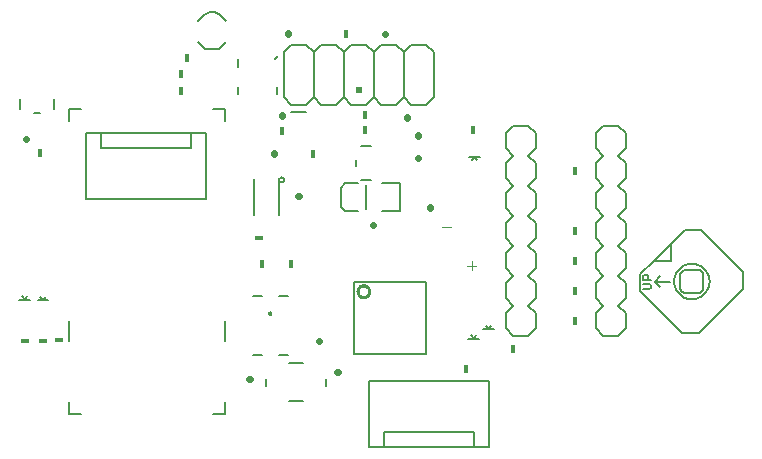
<source format=gto>
G75*
G70*
%OFA0B0*%
%FSLAX24Y24*%
%IPPOS*%
%LPD*%
%AMOC8*
5,1,8,0,0,1.08239X$1,22.5*
%
%ADD10C,0.0080*%
%ADD11C,0.0100*%
%ADD12C,0.0220*%
%ADD13R,0.0180X0.0300*%
%ADD14C,0.0050*%
%ADD15R,0.0300X0.0180*%
%ADD16C,0.0060*%
%ADD17R,0.0200X0.0200*%
%ADD18R,0.0160X0.0280*%
%ADD19C,0.0040*%
D10*
X002413Y001238D02*
X002413Y001631D01*
X002413Y001238D02*
X002806Y001238D01*
X002413Y003679D02*
X002413Y004348D01*
X001717Y005020D02*
X001535Y005020D01*
X001443Y005142D01*
X001354Y005020D02*
X001535Y005020D01*
X001545Y005026D02*
X001621Y005142D01*
X001110Y005031D02*
X000929Y005031D01*
X000836Y005153D01*
X000747Y005031D02*
X000929Y005031D01*
X000939Y005037D02*
X001014Y005153D01*
X007216Y001238D02*
X007610Y001238D01*
X007610Y001631D01*
X008984Y002172D02*
X008984Y002408D01*
X008836Y003211D02*
X008521Y003211D01*
X009388Y003211D02*
X009703Y003211D01*
X009732Y002920D02*
X010204Y002920D01*
X010952Y002408D02*
X010952Y002172D01*
X010204Y001660D02*
X009732Y001660D01*
X011891Y003229D02*
X011891Y005648D01*
X014311Y005648D01*
X014311Y003229D01*
X011891Y003229D01*
X009703Y005179D02*
X009388Y005179D01*
X008836Y005179D02*
X008521Y005179D01*
X009073Y004589D02*
X009075Y004601D01*
X009080Y004612D01*
X009089Y004621D01*
X009100Y004626D01*
X009112Y004628D01*
X009124Y004626D01*
X009135Y004621D01*
X009144Y004612D01*
X009149Y004601D01*
X009151Y004589D01*
X009149Y004577D01*
X009144Y004566D01*
X009135Y004557D01*
X009124Y004552D01*
X009112Y004550D01*
X009100Y004552D01*
X009089Y004557D01*
X009080Y004566D01*
X009075Y004577D01*
X009073Y004589D01*
X007610Y004348D02*
X007610Y003679D01*
X008579Y007872D02*
X008579Y009053D01*
X009406Y009033D02*
X009406Y007872D01*
X009407Y009033D02*
X009411Y009016D01*
X009419Y009000D01*
X009430Y008987D01*
X009444Y008976D01*
X009459Y008968D01*
X009477Y008964D01*
X009494Y008965D01*
X009511Y008969D01*
X009527Y008976D01*
X009541Y008987D01*
X009552Y009001D01*
X009560Y009017D01*
X009564Y009034D01*
X009564Y009052D01*
X009560Y009069D01*
X009552Y009085D01*
X009541Y009099D01*
X009527Y009110D01*
X009511Y009117D01*
X009494Y009121D01*
X009477Y009122D01*
X009459Y009118D01*
X009444Y009110D01*
X009430Y009099D01*
X009419Y009086D01*
X009411Y009070D01*
X009407Y009053D01*
X011458Y008777D02*
X011458Y008147D01*
X011615Y007989D01*
X012048Y007989D01*
X012836Y007989D02*
X013426Y007989D01*
X013426Y008934D01*
X012836Y008934D01*
X012470Y009039D02*
X012132Y009039D01*
X012048Y008934D02*
X011615Y008934D01*
X011458Y008777D01*
X011982Y009494D02*
X011982Y009705D01*
X012132Y010159D02*
X012470Y010159D01*
X010311Y011297D02*
X009811Y011297D01*
X009323Y011891D02*
X009323Y012151D01*
X009263Y013072D02*
X009362Y013170D01*
X008023Y013061D02*
X008023Y012801D01*
X008023Y012151D02*
X008023Y011891D01*
X007610Y011395D02*
X007610Y011002D01*
X007610Y011395D02*
X007216Y011395D01*
X007412Y013400D02*
X006940Y013400D01*
X006704Y013636D01*
X006704Y014345D02*
X006909Y014531D01*
X006909Y014532D02*
X006939Y014557D01*
X006971Y014579D01*
X007006Y014597D01*
X007042Y014612D01*
X007079Y014624D01*
X007117Y014632D01*
X007156Y014636D01*
X007196Y014636D01*
X007235Y014632D01*
X007273Y014624D01*
X007310Y014612D01*
X007346Y014597D01*
X007381Y014579D01*
X007413Y014557D01*
X007443Y014532D01*
X007443Y014531D02*
X007649Y014345D01*
X007649Y013636D02*
X007412Y013400D01*
X002806Y011395D02*
X002413Y011395D01*
X002413Y011002D01*
X001899Y011411D02*
X001899Y011749D01*
X001444Y011261D02*
X001233Y011261D01*
X000779Y011411D02*
X000779Y011749D01*
X015730Y009811D02*
X015911Y009811D01*
X016003Y009689D01*
X016092Y009811D02*
X015911Y009811D01*
X015901Y009805D02*
X015825Y009689D01*
X016961Y009594D02*
X016961Y009094D01*
X017211Y008844D01*
X016961Y008594D01*
X016961Y008094D01*
X017211Y007844D01*
X016961Y007594D01*
X016961Y007094D01*
X017211Y006844D01*
X016961Y006594D01*
X016961Y006094D01*
X017211Y005844D01*
X016961Y005594D01*
X016961Y005094D01*
X017211Y004844D01*
X016961Y004594D01*
X016961Y004094D01*
X017211Y003844D01*
X017711Y003844D01*
X017961Y004094D01*
X017961Y004594D01*
X017711Y004844D01*
X017961Y005094D01*
X017961Y005594D01*
X017711Y005844D01*
X017961Y006094D01*
X017961Y006594D01*
X017711Y006844D01*
X017961Y007094D01*
X017961Y007594D01*
X017711Y007844D01*
X017961Y008094D01*
X017961Y008594D01*
X017711Y008844D01*
X017961Y009094D01*
X017961Y009594D01*
X017711Y009844D01*
X017961Y010094D01*
X017961Y010594D01*
X017711Y010844D01*
X017211Y010844D01*
X016961Y010594D01*
X016961Y010094D01*
X017211Y009844D01*
X016961Y009594D01*
X019961Y009594D02*
X019961Y009094D01*
X020211Y008844D01*
X019961Y008594D01*
X019961Y008094D01*
X020211Y007844D01*
X019961Y007594D01*
X019961Y007094D01*
X020211Y006844D01*
X019961Y006594D01*
X019961Y006094D01*
X020211Y005844D01*
X019961Y005594D01*
X019961Y005094D01*
X020211Y004844D01*
X019961Y004594D01*
X019961Y004094D01*
X020211Y003844D01*
X020711Y003844D01*
X020961Y004094D01*
X020961Y004594D01*
X020711Y004844D01*
X020961Y005094D01*
X020961Y005594D01*
X020711Y005844D01*
X020961Y006094D01*
X020961Y006594D01*
X020711Y006844D01*
X020961Y007094D01*
X020961Y007594D01*
X020711Y007844D01*
X020961Y008094D01*
X020961Y008594D01*
X020711Y008844D01*
X020961Y009094D01*
X020961Y009594D01*
X020711Y009844D01*
X020961Y010094D01*
X020961Y010594D01*
X020711Y010844D01*
X020211Y010844D01*
X019961Y010594D01*
X019961Y010094D01*
X020211Y009844D01*
X019961Y009594D01*
X022465Y006904D02*
X022924Y007364D01*
X023481Y007364D01*
X024873Y005972D01*
X024873Y005415D01*
X023398Y003939D01*
X022841Y003939D01*
X021449Y005331D01*
X021449Y005888D01*
X021908Y006347D01*
X022465Y006904D01*
X022465Y006347D01*
X021908Y006347D01*
X022103Y005819D02*
X021936Y005652D01*
X022103Y005484D01*
X021936Y005652D02*
X022437Y005652D01*
X022771Y005844D02*
X022771Y005459D01*
X022773Y005433D01*
X022778Y005408D01*
X022786Y005384D01*
X022797Y005361D01*
X022812Y005339D01*
X022829Y005320D01*
X022848Y005303D01*
X022869Y005288D01*
X022893Y005277D01*
X022917Y005269D01*
X022942Y005264D01*
X022968Y005262D01*
X023354Y005262D01*
X023380Y005264D01*
X023405Y005269D01*
X023429Y005277D01*
X023452Y005288D01*
X023474Y005303D01*
X023493Y005320D01*
X023510Y005339D01*
X023525Y005360D01*
X023536Y005384D01*
X023544Y005408D01*
X023549Y005433D01*
X023551Y005459D01*
X023551Y005844D01*
X023549Y005870D01*
X023544Y005895D01*
X023536Y005919D01*
X023525Y005942D01*
X023510Y005964D01*
X023493Y005983D01*
X023474Y006000D01*
X023453Y006015D01*
X023429Y006026D01*
X023405Y006034D01*
X023380Y006039D01*
X023354Y006041D01*
X022968Y006041D01*
X022942Y006039D01*
X022917Y006034D01*
X022893Y006026D01*
X022869Y006015D01*
X022848Y006000D01*
X022829Y005983D01*
X022812Y005964D01*
X022797Y005943D01*
X022786Y005919D01*
X022778Y005895D01*
X022773Y005870D01*
X022771Y005844D01*
X022570Y005652D02*
X022572Y005700D01*
X022578Y005748D01*
X022588Y005795D01*
X022601Y005841D01*
X022619Y005886D01*
X022639Y005930D01*
X022664Y005972D01*
X022692Y006011D01*
X022722Y006048D01*
X022756Y006082D01*
X022793Y006114D01*
X022831Y006143D01*
X022872Y006168D01*
X022915Y006190D01*
X022960Y006208D01*
X023006Y006222D01*
X023053Y006233D01*
X023101Y006240D01*
X023149Y006243D01*
X023197Y006242D01*
X023245Y006237D01*
X023293Y006228D01*
X023339Y006216D01*
X023384Y006199D01*
X023428Y006179D01*
X023470Y006156D01*
X023510Y006129D01*
X023548Y006099D01*
X023583Y006066D01*
X023615Y006030D01*
X023645Y005992D01*
X023671Y005951D01*
X023693Y005908D01*
X023713Y005864D01*
X023728Y005819D01*
X023740Y005772D01*
X023748Y005724D01*
X023752Y005676D01*
X023752Y005628D01*
X023748Y005580D01*
X023740Y005532D01*
X023728Y005485D01*
X023713Y005440D01*
X023693Y005396D01*
X023671Y005353D01*
X023645Y005312D01*
X023615Y005274D01*
X023583Y005238D01*
X023548Y005205D01*
X023510Y005175D01*
X023470Y005148D01*
X023428Y005125D01*
X023384Y005105D01*
X023339Y005088D01*
X023293Y005076D01*
X023245Y005067D01*
X023197Y005062D01*
X023149Y005061D01*
X023101Y005064D01*
X023053Y005071D01*
X023006Y005082D01*
X022960Y005096D01*
X022915Y005114D01*
X022872Y005136D01*
X022831Y005161D01*
X022793Y005190D01*
X022756Y005222D01*
X022722Y005256D01*
X022692Y005293D01*
X022664Y005332D01*
X022639Y005374D01*
X022619Y005418D01*
X022601Y005463D01*
X022588Y005509D01*
X022578Y005556D01*
X022572Y005604D01*
X022570Y005652D01*
X016575Y004059D02*
X016394Y004059D01*
X016301Y004181D01*
X016212Y004059D02*
X016394Y004059D01*
X016404Y004065D02*
X016480Y004181D01*
X015975Y003854D02*
X015899Y003738D01*
X015889Y003732D02*
X015797Y003854D01*
X015708Y003732D02*
X015889Y003732D01*
X016070Y003732D01*
D11*
X012018Y005324D02*
X012020Y005351D01*
X012026Y005378D01*
X012035Y005404D01*
X012048Y005428D01*
X012064Y005451D01*
X012083Y005470D01*
X012105Y005487D01*
X012129Y005501D01*
X012154Y005511D01*
X012181Y005518D01*
X012208Y005521D01*
X012236Y005520D01*
X012263Y005515D01*
X012289Y005507D01*
X012313Y005495D01*
X012336Y005479D01*
X012357Y005461D01*
X012374Y005440D01*
X012389Y005416D01*
X012400Y005391D01*
X012408Y005365D01*
X012412Y005338D01*
X012412Y005310D01*
X012408Y005283D01*
X012400Y005257D01*
X012389Y005232D01*
X012374Y005208D01*
X012357Y005187D01*
X012336Y005169D01*
X012314Y005153D01*
X012289Y005141D01*
X012263Y005133D01*
X012236Y005128D01*
X012208Y005127D01*
X012181Y005130D01*
X012154Y005137D01*
X012129Y005147D01*
X012105Y005161D01*
X012083Y005178D01*
X012064Y005197D01*
X012048Y005220D01*
X012035Y005244D01*
X012026Y005270D01*
X012020Y005297D01*
X012018Y005324D01*
D12*
X010751Y003654D02*
X010727Y003654D01*
X011342Y002650D02*
X011366Y002650D01*
X008438Y002393D02*
X008414Y002393D01*
X012526Y007522D02*
X012526Y007546D01*
X014446Y008108D02*
X014446Y008132D01*
X014019Y009756D02*
X014019Y009780D01*
X014037Y010505D02*
X014037Y010529D01*
X013668Y011107D02*
X013668Y011131D01*
X012930Y013890D02*
X012930Y013915D01*
X009694Y013941D02*
X009694Y013917D01*
X009518Y011209D02*
X009518Y011185D01*
X009228Y009930D02*
X009228Y009906D01*
X010035Y008493D02*
X010059Y008493D01*
X000978Y010387D02*
X000978Y010411D01*
D13*
X001439Y009941D03*
X006151Y011990D03*
X006121Y012568D03*
X006349Y013107D03*
X009498Y010678D03*
X010523Y009886D03*
X012266Y010687D03*
X012254Y011194D03*
X011639Y013893D03*
X015861Y010694D03*
X019261Y009344D03*
X019261Y007344D03*
X019261Y006344D03*
X019261Y005344D03*
X019261Y004344D03*
X017192Y003403D03*
X015632Y002743D03*
D14*
X016388Y002325D02*
X012388Y002325D01*
X012388Y000125D01*
X012888Y000125D01*
X012888Y000625D01*
X015888Y000625D01*
X015888Y000125D01*
X012888Y000125D01*
X015888Y000125D02*
X016388Y000125D01*
X016388Y002325D01*
X012292Y008062D02*
X012292Y008862D01*
X009406Y009033D02*
X009406Y009053D01*
X006961Y008394D02*
X002961Y008394D01*
X002961Y010594D01*
X003461Y010594D01*
X003461Y010094D01*
X006461Y010094D01*
X006461Y010594D01*
X006961Y010594D01*
X006961Y008394D01*
X006461Y010594D02*
X003461Y010594D01*
D15*
X008739Y007103D03*
X002079Y003703D03*
X001520Y003660D03*
X000932Y003655D03*
D16*
X009561Y011797D02*
X009811Y011547D01*
X010311Y011547D01*
X010561Y011797D01*
X010561Y013297D01*
X010811Y013547D01*
X011311Y013547D01*
X011561Y013297D01*
X011561Y011797D01*
X011811Y011547D01*
X012311Y011547D01*
X012561Y011797D01*
X012561Y013297D01*
X012811Y013547D01*
X013311Y013547D01*
X013561Y013297D01*
X013811Y013547D01*
X014311Y013547D01*
X014561Y013297D01*
X014561Y011797D01*
X014311Y011547D01*
X013811Y011547D01*
X013561Y011797D01*
X013561Y013297D01*
X012561Y013297D02*
X012311Y013547D01*
X011811Y013547D01*
X011561Y013297D01*
X010561Y013297D02*
X010311Y013547D01*
X009811Y013547D01*
X009561Y013297D01*
X009561Y011797D01*
X010561Y011797D02*
X010811Y011547D01*
X011311Y011547D01*
X011561Y011797D01*
X012561Y011797D02*
X012811Y011547D01*
X013311Y011547D01*
X013561Y011797D01*
X021535Y005828D02*
X021535Y005698D01*
X021795Y005698D01*
X021708Y005698D02*
X021708Y005828D01*
X021665Y005871D01*
X021578Y005871D01*
X021535Y005828D01*
X021535Y005577D02*
X021751Y005577D01*
X021795Y005533D01*
X021795Y005447D01*
X021751Y005403D01*
X021535Y005403D01*
D17*
X012061Y012047D03*
D18*
X009792Y006224D03*
X008849Y006234D03*
D19*
X014844Y007482D02*
X015151Y007482D01*
X015824Y006336D02*
X015824Y006029D01*
X015670Y006183D02*
X015977Y006183D01*
M02*

</source>
